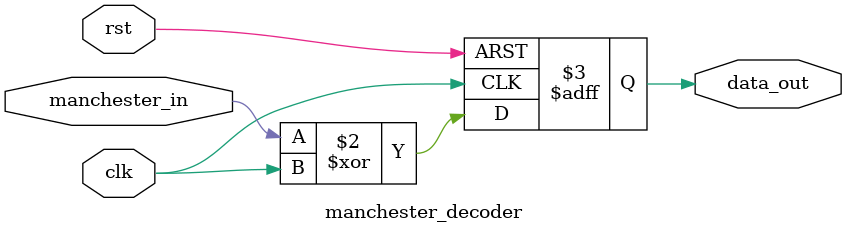
<source format=v>
module manchester_decoder (
    input  wire clk,
    input  wire rst,
    input  wire manchester_in,
    output reg  data_out
);
    reg manchester_d;

    always @(posedge clk or posedge rst) begin
        if (rst) begin
            manchester_d <= 0;
            data_out <= 0;
        end else begin
            manchester_d <= manchester_in;
            // Decode by sampling at middle of bit period
            data_out <= manchester_in ^ clk;
        end
    end
endmodule

</source>
